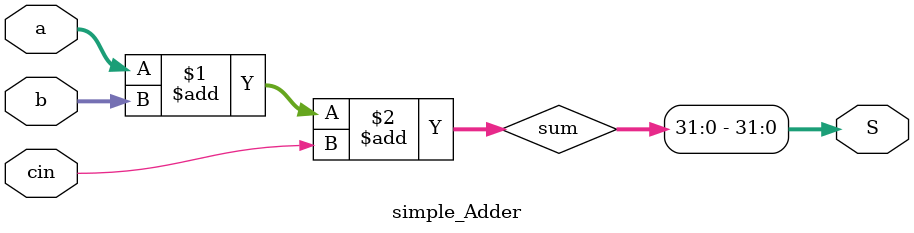
<source format=v>
module simple_Adder #(parameter N = 32) (
    input  [N-1:0] a,
    input  [N-1:0] b,
    input cin,
    output [N-1:0] S
);
    wire [N:0] sum;

    assign sum = a + b + cin;
    assign S = sum[N-1:0];

endmodule

</source>
